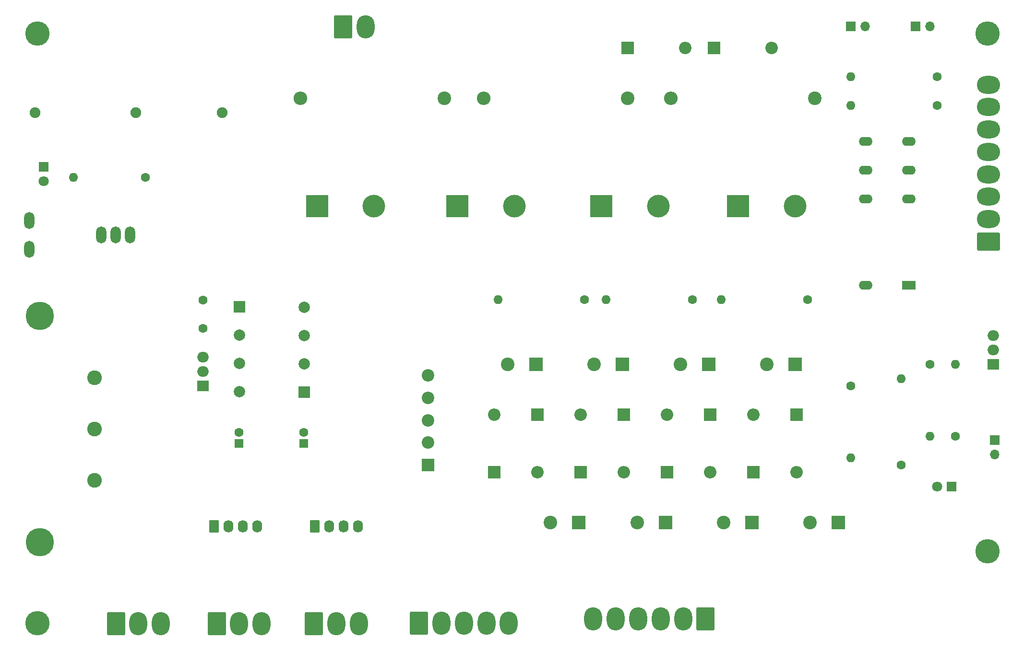
<source format=gbr>
%TF.GenerationSoftware,KiCad,Pcbnew,6.0.11-2627ca5db0~126~ubuntu22.04.1*%
%TF.CreationDate,2023-02-11T20:38:48-05:00*%
%TF.ProjectId,psu,7073752e-6b69-4636-9164-5f7063625858,rev?*%
%TF.SameCoordinates,Original*%
%TF.FileFunction,Soldermask,Bot*%
%TF.FilePolarity,Negative*%
%FSLAX46Y46*%
G04 Gerber Fmt 4.6, Leading zero omitted, Abs format (unit mm)*
G04 Created by KiCad (PCBNEW 6.0.11-2627ca5db0~126~ubuntu22.04.1) date 2023-02-11 20:38:48*
%MOMM*%
%LPD*%
G01*
G04 APERTURE LIST*
G04 Aperture macros list*
%AMRoundRect*
0 Rectangle with rounded corners*
0 $1 Rounding radius*
0 $2 $3 $4 $5 $6 $7 $8 $9 X,Y pos of 4 corners*
0 Add a 4 corners polygon primitive as box body*
4,1,4,$2,$3,$4,$5,$6,$7,$8,$9,$2,$3,0*
0 Add four circle primitives for the rounded corners*
1,1,$1+$1,$2,$3*
1,1,$1+$1,$4,$5*
1,1,$1+$1,$6,$7*
1,1,$1+$1,$8,$9*
0 Add four rect primitives between the rounded corners*
20,1,$1+$1,$2,$3,$4,$5,0*
20,1,$1+$1,$4,$5,$6,$7,0*
20,1,$1+$1,$6,$7,$8,$9,0*
20,1,$1+$1,$8,$9,$2,$3,0*%
G04 Aperture macros list end*
%ADD10O,1.600000X1.600000*%
%ADD11C,1.600000*%
%ADD12R,1.800000X1.800000*%
%ADD13C,1.800000*%
%ADD14RoundRect,0.250000X-1.330000X-1.800000X1.330000X-1.800000X1.330000X1.800000X-1.330000X1.800000X0*%
%ADD15O,3.160000X4.100000*%
%ADD16C,4.300000*%
%ADD17R,2.400000X2.400000*%
%ADD18C,2.400000*%
%ADD19R,2.200000X2.200000*%
%ADD20O,2.200000X2.200000*%
%ADD21C,1.905000*%
%ADD22R,2.000000X1.905000*%
%ADD23O,2.000000X1.905000*%
%ADD24R,2.000000X2.000000*%
%ADD25C,2.000000*%
%ADD26R,1.600000X1.600000*%
%ADD27R,4.000000X4.000000*%
%ADD28C,4.000000*%
%ADD29O,2.400000X2.400000*%
%ADD30RoundRect,0.250000X-0.620000X-0.845000X0.620000X-0.845000X0.620000X0.845000X-0.620000X0.845000X0*%
%ADD31O,1.740000X2.190000*%
%ADD32C,2.600000*%
%ADD33C,5.000000*%
%ADD34RoundRect,0.250000X1.800000X-1.330000X1.800000X1.330000X-1.800000X1.330000X-1.800000X-1.330000X0*%
%ADD35O,4.100000X3.160000*%
%ADD36RoundRect,0.250000X1.330000X1.800000X-1.330000X1.800000X-1.330000X-1.800000X1.330000X-1.800000X0*%
%ADD37R,1.700000X1.700000*%
%ADD38O,1.700000X1.700000*%
%ADD39C,2.200000*%
%ADD40R,2.400000X1.600000*%
%ADD41O,2.400000X1.600000*%
%ADD42O,1.800000X3.000000*%
G04 APERTURE END LIST*
D10*
%TO.C,R13*%
X187960000Y-101600000D03*
D11*
X187960000Y-88900000D03*
%TD*%
D12*
%TO.C,D12*%
X191775000Y-110490000D03*
D13*
X189235000Y-110490000D03*
%TD*%
D14*
%TO.C,J5*%
X44300000Y-134725000D03*
D15*
X48260000Y-134725000D03*
X52220000Y-134725000D03*
%TD*%
D16*
%TO.C,H1*%
X198120000Y-121920000D03*
%TD*%
D14*
%TO.C,J3*%
X84380000Y-29315000D03*
D15*
X88340000Y-29315000D03*
%TD*%
D17*
%TO.C,C8*%
X133680000Y-88900000D03*
D18*
X128680000Y-88900000D03*
%TD*%
D19*
%TO.C,D2*%
X149860000Y-33020000D03*
D20*
X160020000Y-33020000D03*
%TD*%
D14*
%TO.C,J8*%
X62080000Y-134725000D03*
D15*
X66040000Y-134725000D03*
X70000000Y-134725000D03*
%TD*%
D14*
%TO.C,J6*%
X97790000Y-134620000D03*
D15*
X101750000Y-134620000D03*
X105710000Y-134620000D03*
X109670000Y-134620000D03*
X113630000Y-134620000D03*
%TD*%
D11*
%TO.C,R6*%
X182880000Y-106680000D03*
D10*
X182880000Y-91440000D03*
%TD*%
D21*
%TO.C,F1*%
X63053750Y-44450000D03*
X47813750Y-44450000D03*
X30033750Y-44450000D03*
%TD*%
D11*
%TO.C,R8*%
X146050000Y-77470000D03*
D10*
X130810000Y-77470000D03*
%TD*%
D11*
%TO.C,R9*%
X127000000Y-77470000D03*
D10*
X111760000Y-77470000D03*
%TD*%
D17*
%TO.C,C5*%
X156540000Y-116840000D03*
D18*
X151540000Y-116840000D03*
%TD*%
D11*
%TO.C,R3*%
X49530000Y-55880000D03*
D10*
X36830000Y-55880000D03*
%TD*%
D22*
%TO.C,U1*%
X59690000Y-92710000D03*
D23*
X59690000Y-90170000D03*
X59690000Y-87630000D03*
%TD*%
D24*
%TO.C,D14*%
X77487500Y-93817500D03*
D25*
X77487500Y-88817500D03*
X77487500Y-83817500D03*
X77487500Y-78817500D03*
%TD*%
D26*
%TO.C,C11*%
X66040000Y-102870000D03*
D11*
X66040000Y-100870000D03*
%TD*%
D17*
%TO.C,C10*%
X118440000Y-88900000D03*
D18*
X113440000Y-88900000D03*
%TD*%
D14*
%TO.C,J13*%
X79225000Y-134725000D03*
D15*
X83185000Y-134725000D03*
X87145000Y-134725000D03*
%TD*%
D11*
%TO.C,C12*%
X59690000Y-77510000D03*
X59690000Y-82510000D03*
%TD*%
D19*
%TO.C,D3*%
X156784785Y-107950000D03*
D20*
X156784785Y-97790000D03*
%TD*%
D27*
%TO.C,C14*%
X104562169Y-60960000D03*
D28*
X114562169Y-60960000D03*
%TD*%
D19*
%TO.C,D10*%
X111064785Y-107950000D03*
D20*
X111064785Y-97790000D03*
%TD*%
D11*
%TO.C,R11*%
X189230000Y-43180000D03*
D10*
X173990000Y-43180000D03*
%TD*%
D19*
%TO.C,D6*%
X141544785Y-107950000D03*
D20*
X141544785Y-97790000D03*
%TD*%
D19*
%TO.C,D1*%
X164404785Y-97790000D03*
D20*
X164404785Y-107950000D03*
%TD*%
D16*
%TO.C,H4*%
X30480000Y-134620000D03*
%TD*%
D11*
%TO.C,R10*%
X189230000Y-38100000D03*
D10*
X173990000Y-38100000D03*
%TD*%
D18*
%TO.C,R4*%
X134620000Y-41910000D03*
D29*
X109220000Y-41910000D03*
%TD*%
D16*
%TO.C,H2*%
X30480000Y-30480000D03*
%TD*%
D30*
%TO.C,J9*%
X61595000Y-117495000D03*
D31*
X64135000Y-117495000D03*
X66675000Y-117495000D03*
X69215000Y-117495000D03*
%TD*%
D22*
%TO.C,Q1*%
X199065000Y-88900000D03*
D23*
X199065000Y-86360000D03*
X199065000Y-83820000D03*
%TD*%
D19*
%TO.C,D5*%
X149164785Y-97790000D03*
D20*
X149164785Y-107950000D03*
%TD*%
D11*
%TO.C,R7*%
X166370000Y-77470000D03*
D10*
X151130000Y-77470000D03*
%TD*%
D27*
%TO.C,C4*%
X129962169Y-60960000D03*
D28*
X139962169Y-60960000D03*
%TD*%
D32*
%TO.C,J2*%
X40560000Y-91280000D03*
X40560000Y-100330000D03*
X40560000Y-109380000D03*
D33*
X30860000Y-80330000D03*
X30860000Y-120330000D03*
%TD*%
D12*
%TO.C,NE1*%
X31525000Y-53995000D03*
D13*
X31525000Y-56535000D03*
%TD*%
D11*
%TO.C,R12*%
X192405000Y-101600000D03*
D10*
X192405000Y-88900000D03*
%TD*%
D17*
%TO.C,C3*%
X164160000Y-88900000D03*
D18*
X159160000Y-88900000D03*
%TD*%
%TO.C,R2*%
X167640000Y-41910000D03*
D29*
X142240000Y-41910000D03*
%TD*%
D34*
%TO.C,J7*%
X198225000Y-67200000D03*
D35*
X198225000Y-63240000D03*
X198225000Y-59280000D03*
X198225000Y-55320000D03*
X198225000Y-51360000D03*
X198225000Y-47400000D03*
X198225000Y-43440000D03*
X198225000Y-39480000D03*
%TD*%
D16*
%TO.C,H3*%
X198120000Y-30480000D03*
%TD*%
D17*
%TO.C,C6*%
X148920000Y-88900000D03*
D18*
X143920000Y-88900000D03*
%TD*%
%TO.C,R5*%
X102235000Y-41910000D03*
D29*
X76835000Y-41910000D03*
%TD*%
D17*
%TO.C,C9*%
X125915216Y-116840000D03*
D18*
X120915216Y-116840000D03*
%TD*%
D26*
%TO.C,C13*%
X77470000Y-102870000D03*
D11*
X77470000Y-100870000D03*
%TD*%
D27*
%TO.C,C15*%
X79797169Y-60960000D03*
D28*
X89797169Y-60960000D03*
%TD*%
D30*
%TO.C,J10*%
X79375000Y-117495000D03*
D31*
X81915000Y-117495000D03*
X84455000Y-117495000D03*
X86995000Y-117495000D03*
%TD*%
D36*
%TO.C,J4*%
X148330000Y-133880000D03*
D15*
X144370000Y-133880000D03*
X140410000Y-133880000D03*
X136450000Y-133880000D03*
X132490000Y-133880000D03*
X128530000Y-133880000D03*
%TD*%
D37*
%TO.C,J1*%
X173990000Y-29210000D03*
D38*
X176530000Y-29210000D03*
%TD*%
D27*
%TO.C,C2*%
X154092169Y-60960000D03*
D28*
X164092169Y-60960000D03*
%TD*%
D17*
%TO.C,C7*%
X141300000Y-116840000D03*
D18*
X136300000Y-116840000D03*
%TD*%
D17*
%TO.C,C1*%
X171780000Y-116840000D03*
D18*
X166780000Y-116840000D03*
%TD*%
D19*
%TO.C,J14*%
X99390000Y-106680000D03*
D39*
X99390000Y-102720000D03*
X99390000Y-98760000D03*
X99390000Y-94800000D03*
X99390000Y-90840000D03*
%TD*%
D40*
%TO.C,K1*%
X184165000Y-74930000D03*
D41*
X184165000Y-59690000D03*
X184165000Y-54610000D03*
X184165000Y-49530000D03*
X176545000Y-49530000D03*
X176545000Y-54610000D03*
X176545000Y-59690000D03*
X176545000Y-74930000D03*
%TD*%
D19*
%TO.C,D8*%
X126304785Y-107950000D03*
D20*
X126304785Y-97790000D03*
%TD*%
D19*
%TO.C,D7*%
X133924785Y-97790000D03*
D20*
X133924785Y-107950000D03*
%TD*%
D19*
%TO.C,D9*%
X118684785Y-97790000D03*
D20*
X118684785Y-107950000D03*
%TD*%
D11*
%TO.C,R1*%
X173990000Y-92710000D03*
D10*
X173990000Y-105410000D03*
%TD*%
D42*
%TO.C,SW1*%
X41745000Y-66040000D03*
X44285000Y-66040000D03*
X46825000Y-66040000D03*
X29045000Y-63500000D03*
X29045000Y-68580000D03*
%TD*%
D37*
%TO.C,J12*%
X185420000Y-29210000D03*
D38*
X187960000Y-29210000D03*
%TD*%
D19*
%TO.C,D4*%
X134620000Y-33020000D03*
D20*
X144780000Y-33020000D03*
%TD*%
D24*
%TO.C,D11*%
X66057500Y-78740000D03*
D25*
X66057500Y-83740000D03*
X66057500Y-88740000D03*
X66057500Y-93740000D03*
%TD*%
D37*
%TO.C,J15*%
X199390000Y-102230000D03*
D38*
X199390000Y-104770000D03*
%TD*%
M02*

</source>
